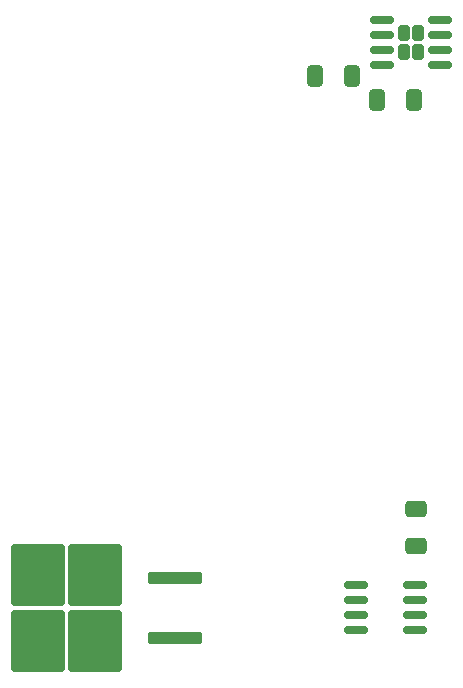
<source format=gbr>
%TF.GenerationSoftware,KiCad,Pcbnew,7.0.5*%
%TF.CreationDate,2023-06-28T09:46:49+02:00*%
%TF.ProjectId,ESP32RIO,45535033-3252-4494-9f2e-6b696361645f,rev?*%
%TF.SameCoordinates,Original*%
%TF.FileFunction,Paste,Top*%
%TF.FilePolarity,Positive*%
%FSLAX46Y46*%
G04 Gerber Fmt 4.6, Leading zero omitted, Abs format (unit mm)*
G04 Created by KiCad (PCBNEW 7.0.5) date 2023-06-28 09:46:49*
%MOMM*%
%LPD*%
G01*
G04 APERTURE LIST*
G04 Aperture macros list*
%AMRoundRect*
0 Rectangle with rounded corners*
0 $1 Rounding radius*
0 $2 $3 $4 $5 $6 $7 $8 $9 X,Y pos of 4 corners*
0 Add a 4 corners polygon primitive as box body*
4,1,4,$2,$3,$4,$5,$6,$7,$8,$9,$2,$3,0*
0 Add four circle primitives for the rounded corners*
1,1,$1+$1,$2,$3*
1,1,$1+$1,$4,$5*
1,1,$1+$1,$6,$7*
1,1,$1+$1,$8,$9*
0 Add four rect primitives between the rounded corners*
20,1,$1+$1,$2,$3,$4,$5,0*
20,1,$1+$1,$4,$5,$6,$7,0*
20,1,$1+$1,$6,$7,$8,$9,0*
20,1,$1+$1,$8,$9,$2,$3,0*%
G04 Aperture macros list end*
%ADD10RoundRect,0.250000X0.412500X0.650000X-0.412500X0.650000X-0.412500X-0.650000X0.412500X-0.650000X0*%
%ADD11RoundRect,0.250000X-0.412500X-0.650000X0.412500X-0.650000X0.412500X0.650000X-0.412500X0.650000X0*%
%ADD12RoundRect,0.250000X0.650000X-0.412500X0.650000X0.412500X-0.650000X0.412500X-0.650000X-0.412500X0*%
%ADD13RoundRect,0.242500X-0.242500X-0.422500X0.242500X-0.422500X0.242500X0.422500X-0.242500X0.422500X0*%
%ADD14RoundRect,0.150000X-0.825000X-0.150000X0.825000X-0.150000X0.825000X0.150000X-0.825000X0.150000X0*%
%ADD15RoundRect,0.250000X2.050000X0.300000X-2.050000X0.300000X-2.050000X-0.300000X2.050000X-0.300000X0*%
%ADD16RoundRect,0.250000X2.025000X2.375000X-2.025000X2.375000X-2.025000X-2.375000X2.025000X-2.375000X0*%
G04 APERTURE END LIST*
D10*
%TO.C,C3*%
X166062500Y-64500000D03*
X162937500Y-64500000D03*
%TD*%
D11*
%TO.C,C2*%
X168187500Y-66500000D03*
X171312500Y-66500000D03*
%TD*%
D12*
%TO.C,C1*%
X171500000Y-104312500D03*
X171500000Y-101187500D03*
%TD*%
D13*
%TO.C,U21*%
X170500000Y-60850000D03*
X170500000Y-62500000D03*
X171700000Y-60850000D03*
X171700000Y-62500000D03*
D14*
X168625000Y-59770000D03*
X168625000Y-61040000D03*
X168625000Y-62310000D03*
X168625000Y-63580000D03*
X173575000Y-63580000D03*
X173575000Y-62310000D03*
X173575000Y-61040000D03*
X173575000Y-59770000D03*
%TD*%
D15*
%TO.C,U15*%
X151075000Y-112065000D03*
D16*
X144350000Y-112300000D03*
X144350000Y-106750000D03*
X139500000Y-112300000D03*
X139500000Y-106750000D03*
D15*
X151075000Y-106985000D03*
%TD*%
D14*
%TO.C,U22*%
X166455000Y-107595000D03*
X166455000Y-108865000D03*
X166455000Y-110135000D03*
X166455000Y-111405000D03*
X171405000Y-111405000D03*
X171405000Y-110135000D03*
X171405000Y-108865000D03*
X171405000Y-107595000D03*
%TD*%
M02*

</source>
